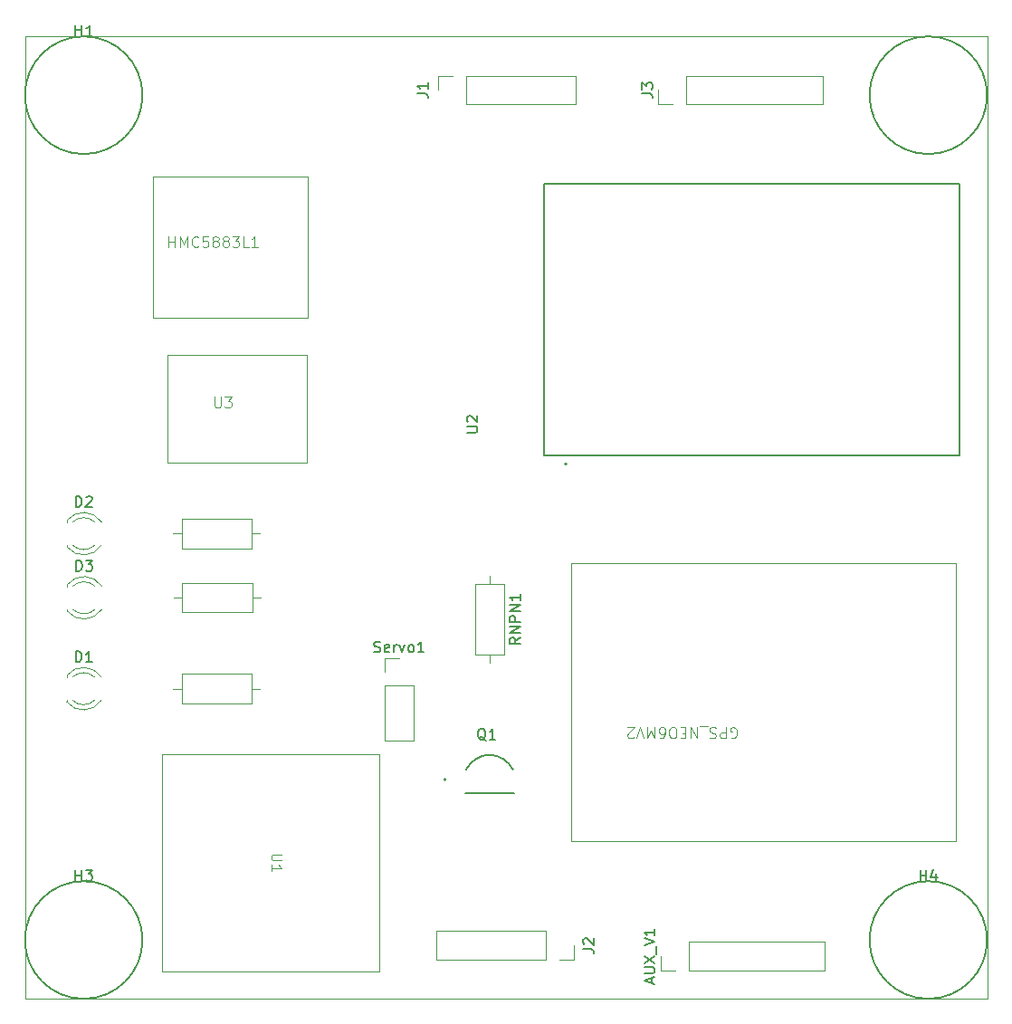
<source format=gbr>
%TF.GenerationSoftware,KiCad,Pcbnew,7.0.7*%
%TF.CreationDate,2023-11-10T08:01:12-05:00*%
%TF.ProjectId,CubeSat,43756265-5361-4742-9e6b-696361645f70,rev?*%
%TF.SameCoordinates,Original*%
%TF.FileFunction,Legend,Top*%
%TF.FilePolarity,Positive*%
%FSLAX46Y46*%
G04 Gerber Fmt 4.6, Leading zero omitted, Abs format (unit mm)*
G04 Created by KiCad (PCBNEW 7.0.7) date 2023-11-10 08:01:12*
%MOMM*%
%LPD*%
G01*
G04 APERTURE LIST*
%ADD10C,0.150000*%
%ADD11C,0.100000*%
%ADD12C,0.120000*%
%ADD13C,0.127000*%
%ADD14C,0.200000*%
%TA.AperFunction,Profile*%
%ADD15C,0.100000*%
%TD*%
G04 APERTURE END LIST*
D10*
X140000000Y-109500000D02*
G75*
G03*
X140000000Y-109500000I-5500000J0D01*
G01*
X61000000Y-30500000D02*
G75*
G03*
X61000000Y-30500000I-5500000J0D01*
G01*
X140000000Y-30500000D02*
G75*
G03*
X140000000Y-30500000I-5500000J0D01*
G01*
X61000000Y-109500000D02*
G75*
G03*
X61000000Y-109500000I-5500000J0D01*
G01*
X54738095Y-24954819D02*
X54738095Y-23954819D01*
X54738095Y-24431009D02*
X55309523Y-24431009D01*
X55309523Y-24954819D02*
X55309523Y-23954819D01*
X56309523Y-24954819D02*
X55738095Y-24954819D01*
X56023809Y-24954819D02*
X56023809Y-23954819D01*
X56023809Y-23954819D02*
X55928571Y-24097676D01*
X55928571Y-24097676D02*
X55833333Y-24192914D01*
X55833333Y-24192914D02*
X55738095Y-24240533D01*
X96324819Y-81214285D02*
X95848628Y-81547618D01*
X96324819Y-81785713D02*
X95324819Y-81785713D01*
X95324819Y-81785713D02*
X95324819Y-81404761D01*
X95324819Y-81404761D02*
X95372438Y-81309523D01*
X95372438Y-81309523D02*
X95420057Y-81261904D01*
X95420057Y-81261904D02*
X95515295Y-81214285D01*
X95515295Y-81214285D02*
X95658152Y-81214285D01*
X95658152Y-81214285D02*
X95753390Y-81261904D01*
X95753390Y-81261904D02*
X95801009Y-81309523D01*
X95801009Y-81309523D02*
X95848628Y-81404761D01*
X95848628Y-81404761D02*
X95848628Y-81785713D01*
X96324819Y-80785713D02*
X95324819Y-80785713D01*
X95324819Y-80785713D02*
X96324819Y-80214285D01*
X96324819Y-80214285D02*
X95324819Y-80214285D01*
X96324819Y-79738094D02*
X95324819Y-79738094D01*
X95324819Y-79738094D02*
X95324819Y-79357142D01*
X95324819Y-79357142D02*
X95372438Y-79261904D01*
X95372438Y-79261904D02*
X95420057Y-79214285D01*
X95420057Y-79214285D02*
X95515295Y-79166666D01*
X95515295Y-79166666D02*
X95658152Y-79166666D01*
X95658152Y-79166666D02*
X95753390Y-79214285D01*
X95753390Y-79214285D02*
X95801009Y-79261904D01*
X95801009Y-79261904D02*
X95848628Y-79357142D01*
X95848628Y-79357142D02*
X95848628Y-79738094D01*
X96324819Y-78738094D02*
X95324819Y-78738094D01*
X95324819Y-78738094D02*
X96324819Y-78166666D01*
X96324819Y-78166666D02*
X95324819Y-78166666D01*
X96324819Y-77166666D02*
X96324819Y-77738094D01*
X96324819Y-77452380D02*
X95324819Y-77452380D01*
X95324819Y-77452380D02*
X95467676Y-77547618D01*
X95467676Y-77547618D02*
X95562914Y-77642856D01*
X95562914Y-77642856D02*
X95610533Y-77738094D01*
X93100761Y-90833057D02*
X93005523Y-90785438D01*
X93005523Y-90785438D02*
X92910285Y-90690200D01*
X92910285Y-90690200D02*
X92767428Y-90547342D01*
X92767428Y-90547342D02*
X92672190Y-90499723D01*
X92672190Y-90499723D02*
X92576952Y-90499723D01*
X92624571Y-90737819D02*
X92529333Y-90690200D01*
X92529333Y-90690200D02*
X92434095Y-90594961D01*
X92434095Y-90594961D02*
X92386476Y-90404485D01*
X92386476Y-90404485D02*
X92386476Y-90071152D01*
X92386476Y-90071152D02*
X92434095Y-89880676D01*
X92434095Y-89880676D02*
X92529333Y-89785438D01*
X92529333Y-89785438D02*
X92624571Y-89737819D01*
X92624571Y-89737819D02*
X92815047Y-89737819D01*
X92815047Y-89737819D02*
X92910285Y-89785438D01*
X92910285Y-89785438D02*
X93005523Y-89880676D01*
X93005523Y-89880676D02*
X93053142Y-90071152D01*
X93053142Y-90071152D02*
X93053142Y-90404485D01*
X93053142Y-90404485D02*
X93005523Y-90594961D01*
X93005523Y-90594961D02*
X92910285Y-90690200D01*
X92910285Y-90690200D02*
X92815047Y-90737819D01*
X92815047Y-90737819D02*
X92624571Y-90737819D01*
X94005523Y-90737819D02*
X93434095Y-90737819D01*
X93719809Y-90737819D02*
X93719809Y-89737819D01*
X93719809Y-89737819D02*
X93624571Y-89880676D01*
X93624571Y-89880676D02*
X93529333Y-89975914D01*
X93529333Y-89975914D02*
X93434095Y-90023533D01*
D11*
X74042580Y-101488095D02*
X73233057Y-101488095D01*
X73233057Y-101488095D02*
X73137819Y-101535714D01*
X73137819Y-101535714D02*
X73090200Y-101583333D01*
X73090200Y-101583333D02*
X73042580Y-101678571D01*
X73042580Y-101678571D02*
X73042580Y-101869047D01*
X73042580Y-101869047D02*
X73090200Y-101964285D01*
X73090200Y-101964285D02*
X73137819Y-102011904D01*
X73137819Y-102011904D02*
X73233057Y-102059523D01*
X73233057Y-102059523D02*
X74042580Y-102059523D01*
X73042580Y-103059523D02*
X73042580Y-102488095D01*
X73042580Y-102773809D02*
X74042580Y-102773809D01*
X74042580Y-102773809D02*
X73899723Y-102678571D01*
X73899723Y-102678571D02*
X73804485Y-102583333D01*
X73804485Y-102583333D02*
X73756866Y-102488095D01*
D10*
X102224819Y-110333333D02*
X102939104Y-110333333D01*
X102939104Y-110333333D02*
X103081961Y-110380952D01*
X103081961Y-110380952D02*
X103177200Y-110476190D01*
X103177200Y-110476190D02*
X103224819Y-110619047D01*
X103224819Y-110619047D02*
X103224819Y-110714285D01*
X102320057Y-109904761D02*
X102272438Y-109857142D01*
X102272438Y-109857142D02*
X102224819Y-109761904D01*
X102224819Y-109761904D02*
X102224819Y-109523809D01*
X102224819Y-109523809D02*
X102272438Y-109428571D01*
X102272438Y-109428571D02*
X102320057Y-109380952D01*
X102320057Y-109380952D02*
X102415295Y-109333333D01*
X102415295Y-109333333D02*
X102510533Y-109333333D01*
X102510533Y-109333333D02*
X102653390Y-109380952D01*
X102653390Y-109380952D02*
X103224819Y-109952380D01*
X103224819Y-109952380D02*
X103224819Y-109333333D01*
X133738095Y-103954819D02*
X133738095Y-102954819D01*
X133738095Y-103431009D02*
X134309523Y-103431009D01*
X134309523Y-103954819D02*
X134309523Y-102954819D01*
X135214285Y-103288152D02*
X135214285Y-103954819D01*
X134976190Y-102907200D02*
X134738095Y-103621485D01*
X134738095Y-103621485D02*
X135357142Y-103621485D01*
X108639104Y-113523809D02*
X108639104Y-113047619D01*
X108924819Y-113619047D02*
X107924819Y-113285714D01*
X107924819Y-113285714D02*
X108924819Y-112952381D01*
X107924819Y-112619047D02*
X108734342Y-112619047D01*
X108734342Y-112619047D02*
X108829580Y-112571428D01*
X108829580Y-112571428D02*
X108877200Y-112523809D01*
X108877200Y-112523809D02*
X108924819Y-112428571D01*
X108924819Y-112428571D02*
X108924819Y-112238095D01*
X108924819Y-112238095D02*
X108877200Y-112142857D01*
X108877200Y-112142857D02*
X108829580Y-112095238D01*
X108829580Y-112095238D02*
X108734342Y-112047619D01*
X108734342Y-112047619D02*
X107924819Y-112047619D01*
X107924819Y-111666666D02*
X108924819Y-111000000D01*
X107924819Y-111000000D02*
X108924819Y-111666666D01*
X109020057Y-110857143D02*
X109020057Y-110095238D01*
X107924819Y-109999999D02*
X108924819Y-109666666D01*
X108924819Y-109666666D02*
X107924819Y-109333333D01*
X108924819Y-108476190D02*
X108924819Y-109047618D01*
X108924819Y-108761904D02*
X107924819Y-108761904D01*
X107924819Y-108761904D02*
X108067676Y-108857142D01*
X108067676Y-108857142D02*
X108162914Y-108952380D01*
X108162914Y-108952380D02*
X108210533Y-109047618D01*
X54781905Y-74994819D02*
X54781905Y-73994819D01*
X54781905Y-73994819D02*
X55020000Y-73994819D01*
X55020000Y-73994819D02*
X55162857Y-74042438D01*
X55162857Y-74042438D02*
X55258095Y-74137676D01*
X55258095Y-74137676D02*
X55305714Y-74232914D01*
X55305714Y-74232914D02*
X55353333Y-74423390D01*
X55353333Y-74423390D02*
X55353333Y-74566247D01*
X55353333Y-74566247D02*
X55305714Y-74756723D01*
X55305714Y-74756723D02*
X55258095Y-74851961D01*
X55258095Y-74851961D02*
X55162857Y-74947200D01*
X55162857Y-74947200D02*
X55020000Y-74994819D01*
X55020000Y-74994819D02*
X54781905Y-74994819D01*
X55686667Y-73994819D02*
X56305714Y-73994819D01*
X56305714Y-73994819D02*
X55972381Y-74375771D01*
X55972381Y-74375771D02*
X56115238Y-74375771D01*
X56115238Y-74375771D02*
X56210476Y-74423390D01*
X56210476Y-74423390D02*
X56258095Y-74471009D01*
X56258095Y-74471009D02*
X56305714Y-74566247D01*
X56305714Y-74566247D02*
X56305714Y-74804342D01*
X56305714Y-74804342D02*
X56258095Y-74899580D01*
X56258095Y-74899580D02*
X56210476Y-74947200D01*
X56210476Y-74947200D02*
X56115238Y-74994819D01*
X56115238Y-74994819D02*
X55829524Y-74994819D01*
X55829524Y-74994819D02*
X55734286Y-74947200D01*
X55734286Y-74947200D02*
X55686667Y-74899580D01*
X54756905Y-68994819D02*
X54756905Y-67994819D01*
X54756905Y-67994819D02*
X54995000Y-67994819D01*
X54995000Y-67994819D02*
X55137857Y-68042438D01*
X55137857Y-68042438D02*
X55233095Y-68137676D01*
X55233095Y-68137676D02*
X55280714Y-68232914D01*
X55280714Y-68232914D02*
X55328333Y-68423390D01*
X55328333Y-68423390D02*
X55328333Y-68566247D01*
X55328333Y-68566247D02*
X55280714Y-68756723D01*
X55280714Y-68756723D02*
X55233095Y-68851961D01*
X55233095Y-68851961D02*
X55137857Y-68947200D01*
X55137857Y-68947200D02*
X54995000Y-68994819D01*
X54995000Y-68994819D02*
X54756905Y-68994819D01*
X55709286Y-68090057D02*
X55756905Y-68042438D01*
X55756905Y-68042438D02*
X55852143Y-67994819D01*
X55852143Y-67994819D02*
X56090238Y-67994819D01*
X56090238Y-67994819D02*
X56185476Y-68042438D01*
X56185476Y-68042438D02*
X56233095Y-68090057D01*
X56233095Y-68090057D02*
X56280714Y-68185295D01*
X56280714Y-68185295D02*
X56280714Y-68280533D01*
X56280714Y-68280533D02*
X56233095Y-68423390D01*
X56233095Y-68423390D02*
X55661667Y-68994819D01*
X55661667Y-68994819D02*
X56280714Y-68994819D01*
D11*
X67738095Y-58707419D02*
X67738095Y-59516942D01*
X67738095Y-59516942D02*
X67785714Y-59612180D01*
X67785714Y-59612180D02*
X67833333Y-59659800D01*
X67833333Y-59659800D02*
X67928571Y-59707419D01*
X67928571Y-59707419D02*
X68119047Y-59707419D01*
X68119047Y-59707419D02*
X68214285Y-59659800D01*
X68214285Y-59659800D02*
X68261904Y-59612180D01*
X68261904Y-59612180D02*
X68309523Y-59516942D01*
X68309523Y-59516942D02*
X68309523Y-58707419D01*
X68690476Y-58707419D02*
X69309523Y-58707419D01*
X69309523Y-58707419D02*
X68976190Y-59088371D01*
X68976190Y-59088371D02*
X69119047Y-59088371D01*
X69119047Y-59088371D02*
X69214285Y-59135990D01*
X69214285Y-59135990D02*
X69261904Y-59183609D01*
X69261904Y-59183609D02*
X69309523Y-59278847D01*
X69309523Y-59278847D02*
X69309523Y-59516942D01*
X69309523Y-59516942D02*
X69261904Y-59612180D01*
X69261904Y-59612180D02*
X69214285Y-59659800D01*
X69214285Y-59659800D02*
X69119047Y-59707419D01*
X69119047Y-59707419D02*
X68833333Y-59707419D01*
X68833333Y-59707419D02*
X68738095Y-59659800D01*
X68738095Y-59659800D02*
X68690476Y-59612180D01*
X63456143Y-44704879D02*
X63456143Y-43704879D01*
X63456143Y-44181069D02*
X64027571Y-44181069D01*
X64027571Y-44704879D02*
X64027571Y-43704879D01*
X64503762Y-44704879D02*
X64503762Y-43704879D01*
X64503762Y-43704879D02*
X64837095Y-44419164D01*
X64837095Y-44419164D02*
X65170428Y-43704879D01*
X65170428Y-43704879D02*
X65170428Y-44704879D01*
X66218047Y-44609640D02*
X66170428Y-44657260D01*
X66170428Y-44657260D02*
X66027571Y-44704879D01*
X66027571Y-44704879D02*
X65932333Y-44704879D01*
X65932333Y-44704879D02*
X65789476Y-44657260D01*
X65789476Y-44657260D02*
X65694238Y-44562021D01*
X65694238Y-44562021D02*
X65646619Y-44466783D01*
X65646619Y-44466783D02*
X65599000Y-44276307D01*
X65599000Y-44276307D02*
X65599000Y-44133450D01*
X65599000Y-44133450D02*
X65646619Y-43942974D01*
X65646619Y-43942974D02*
X65694238Y-43847736D01*
X65694238Y-43847736D02*
X65789476Y-43752498D01*
X65789476Y-43752498D02*
X65932333Y-43704879D01*
X65932333Y-43704879D02*
X66027571Y-43704879D01*
X66027571Y-43704879D02*
X66170428Y-43752498D01*
X66170428Y-43752498D02*
X66218047Y-43800117D01*
X67122809Y-43704879D02*
X66646619Y-43704879D01*
X66646619Y-43704879D02*
X66599000Y-44181069D01*
X66599000Y-44181069D02*
X66646619Y-44133450D01*
X66646619Y-44133450D02*
X66741857Y-44085831D01*
X66741857Y-44085831D02*
X66979952Y-44085831D01*
X66979952Y-44085831D02*
X67075190Y-44133450D01*
X67075190Y-44133450D02*
X67122809Y-44181069D01*
X67122809Y-44181069D02*
X67170428Y-44276307D01*
X67170428Y-44276307D02*
X67170428Y-44514402D01*
X67170428Y-44514402D02*
X67122809Y-44609640D01*
X67122809Y-44609640D02*
X67075190Y-44657260D01*
X67075190Y-44657260D02*
X66979952Y-44704879D01*
X66979952Y-44704879D02*
X66741857Y-44704879D01*
X66741857Y-44704879D02*
X66646619Y-44657260D01*
X66646619Y-44657260D02*
X66599000Y-44609640D01*
X67741857Y-44133450D02*
X67646619Y-44085831D01*
X67646619Y-44085831D02*
X67599000Y-44038212D01*
X67599000Y-44038212D02*
X67551381Y-43942974D01*
X67551381Y-43942974D02*
X67551381Y-43895355D01*
X67551381Y-43895355D02*
X67599000Y-43800117D01*
X67599000Y-43800117D02*
X67646619Y-43752498D01*
X67646619Y-43752498D02*
X67741857Y-43704879D01*
X67741857Y-43704879D02*
X67932333Y-43704879D01*
X67932333Y-43704879D02*
X68027571Y-43752498D01*
X68027571Y-43752498D02*
X68075190Y-43800117D01*
X68075190Y-43800117D02*
X68122809Y-43895355D01*
X68122809Y-43895355D02*
X68122809Y-43942974D01*
X68122809Y-43942974D02*
X68075190Y-44038212D01*
X68075190Y-44038212D02*
X68027571Y-44085831D01*
X68027571Y-44085831D02*
X67932333Y-44133450D01*
X67932333Y-44133450D02*
X67741857Y-44133450D01*
X67741857Y-44133450D02*
X67646619Y-44181069D01*
X67646619Y-44181069D02*
X67599000Y-44228688D01*
X67599000Y-44228688D02*
X67551381Y-44323926D01*
X67551381Y-44323926D02*
X67551381Y-44514402D01*
X67551381Y-44514402D02*
X67599000Y-44609640D01*
X67599000Y-44609640D02*
X67646619Y-44657260D01*
X67646619Y-44657260D02*
X67741857Y-44704879D01*
X67741857Y-44704879D02*
X67932333Y-44704879D01*
X67932333Y-44704879D02*
X68027571Y-44657260D01*
X68027571Y-44657260D02*
X68075190Y-44609640D01*
X68075190Y-44609640D02*
X68122809Y-44514402D01*
X68122809Y-44514402D02*
X68122809Y-44323926D01*
X68122809Y-44323926D02*
X68075190Y-44228688D01*
X68075190Y-44228688D02*
X68027571Y-44181069D01*
X68027571Y-44181069D02*
X67932333Y-44133450D01*
X68694238Y-44133450D02*
X68599000Y-44085831D01*
X68599000Y-44085831D02*
X68551381Y-44038212D01*
X68551381Y-44038212D02*
X68503762Y-43942974D01*
X68503762Y-43942974D02*
X68503762Y-43895355D01*
X68503762Y-43895355D02*
X68551381Y-43800117D01*
X68551381Y-43800117D02*
X68599000Y-43752498D01*
X68599000Y-43752498D02*
X68694238Y-43704879D01*
X68694238Y-43704879D02*
X68884714Y-43704879D01*
X68884714Y-43704879D02*
X68979952Y-43752498D01*
X68979952Y-43752498D02*
X69027571Y-43800117D01*
X69027571Y-43800117D02*
X69075190Y-43895355D01*
X69075190Y-43895355D02*
X69075190Y-43942974D01*
X69075190Y-43942974D02*
X69027571Y-44038212D01*
X69027571Y-44038212D02*
X68979952Y-44085831D01*
X68979952Y-44085831D02*
X68884714Y-44133450D01*
X68884714Y-44133450D02*
X68694238Y-44133450D01*
X68694238Y-44133450D02*
X68599000Y-44181069D01*
X68599000Y-44181069D02*
X68551381Y-44228688D01*
X68551381Y-44228688D02*
X68503762Y-44323926D01*
X68503762Y-44323926D02*
X68503762Y-44514402D01*
X68503762Y-44514402D02*
X68551381Y-44609640D01*
X68551381Y-44609640D02*
X68599000Y-44657260D01*
X68599000Y-44657260D02*
X68694238Y-44704879D01*
X68694238Y-44704879D02*
X68884714Y-44704879D01*
X68884714Y-44704879D02*
X68979952Y-44657260D01*
X68979952Y-44657260D02*
X69027571Y-44609640D01*
X69027571Y-44609640D02*
X69075190Y-44514402D01*
X69075190Y-44514402D02*
X69075190Y-44323926D01*
X69075190Y-44323926D02*
X69027571Y-44228688D01*
X69027571Y-44228688D02*
X68979952Y-44181069D01*
X68979952Y-44181069D02*
X68884714Y-44133450D01*
X69408524Y-43704879D02*
X70027571Y-43704879D01*
X70027571Y-43704879D02*
X69694238Y-44085831D01*
X69694238Y-44085831D02*
X69837095Y-44085831D01*
X69837095Y-44085831D02*
X69932333Y-44133450D01*
X69932333Y-44133450D02*
X69979952Y-44181069D01*
X69979952Y-44181069D02*
X70027571Y-44276307D01*
X70027571Y-44276307D02*
X70027571Y-44514402D01*
X70027571Y-44514402D02*
X69979952Y-44609640D01*
X69979952Y-44609640D02*
X69932333Y-44657260D01*
X69932333Y-44657260D02*
X69837095Y-44704879D01*
X69837095Y-44704879D02*
X69551381Y-44704879D01*
X69551381Y-44704879D02*
X69456143Y-44657260D01*
X69456143Y-44657260D02*
X69408524Y-44609640D01*
X70932333Y-44704879D02*
X70456143Y-44704879D01*
X70456143Y-44704879D02*
X70456143Y-43704879D01*
X71789476Y-44704879D02*
X71218048Y-44704879D01*
X71503762Y-44704879D02*
X71503762Y-43704879D01*
X71503762Y-43704879D02*
X71408524Y-43847736D01*
X71408524Y-43847736D02*
X71313286Y-43942974D01*
X71313286Y-43942974D02*
X71218048Y-43990593D01*
D10*
X82666666Y-82537200D02*
X82809523Y-82584819D01*
X82809523Y-82584819D02*
X83047618Y-82584819D01*
X83047618Y-82584819D02*
X83142856Y-82537200D01*
X83142856Y-82537200D02*
X83190475Y-82489580D01*
X83190475Y-82489580D02*
X83238094Y-82394342D01*
X83238094Y-82394342D02*
X83238094Y-82299104D01*
X83238094Y-82299104D02*
X83190475Y-82203866D01*
X83190475Y-82203866D02*
X83142856Y-82156247D01*
X83142856Y-82156247D02*
X83047618Y-82108628D01*
X83047618Y-82108628D02*
X82857142Y-82061009D01*
X82857142Y-82061009D02*
X82761904Y-82013390D01*
X82761904Y-82013390D02*
X82714285Y-81965771D01*
X82714285Y-81965771D02*
X82666666Y-81870533D01*
X82666666Y-81870533D02*
X82666666Y-81775295D01*
X82666666Y-81775295D02*
X82714285Y-81680057D01*
X82714285Y-81680057D02*
X82761904Y-81632438D01*
X82761904Y-81632438D02*
X82857142Y-81584819D01*
X82857142Y-81584819D02*
X83095237Y-81584819D01*
X83095237Y-81584819D02*
X83238094Y-81632438D01*
X84047618Y-82537200D02*
X83952380Y-82584819D01*
X83952380Y-82584819D02*
X83761904Y-82584819D01*
X83761904Y-82584819D02*
X83666666Y-82537200D01*
X83666666Y-82537200D02*
X83619047Y-82441961D01*
X83619047Y-82441961D02*
X83619047Y-82061009D01*
X83619047Y-82061009D02*
X83666666Y-81965771D01*
X83666666Y-81965771D02*
X83761904Y-81918152D01*
X83761904Y-81918152D02*
X83952380Y-81918152D01*
X83952380Y-81918152D02*
X84047618Y-81965771D01*
X84047618Y-81965771D02*
X84095237Y-82061009D01*
X84095237Y-82061009D02*
X84095237Y-82156247D01*
X84095237Y-82156247D02*
X83619047Y-82251485D01*
X84523809Y-82584819D02*
X84523809Y-81918152D01*
X84523809Y-82108628D02*
X84571428Y-82013390D01*
X84571428Y-82013390D02*
X84619047Y-81965771D01*
X84619047Y-81965771D02*
X84714285Y-81918152D01*
X84714285Y-81918152D02*
X84809523Y-81918152D01*
X85047619Y-81918152D02*
X85285714Y-82584819D01*
X85285714Y-82584819D02*
X85523809Y-81918152D01*
X86047619Y-82584819D02*
X85952381Y-82537200D01*
X85952381Y-82537200D02*
X85904762Y-82489580D01*
X85904762Y-82489580D02*
X85857143Y-82394342D01*
X85857143Y-82394342D02*
X85857143Y-82108628D01*
X85857143Y-82108628D02*
X85904762Y-82013390D01*
X85904762Y-82013390D02*
X85952381Y-81965771D01*
X85952381Y-81965771D02*
X86047619Y-81918152D01*
X86047619Y-81918152D02*
X86190476Y-81918152D01*
X86190476Y-81918152D02*
X86285714Y-81965771D01*
X86285714Y-81965771D02*
X86333333Y-82013390D01*
X86333333Y-82013390D02*
X86380952Y-82108628D01*
X86380952Y-82108628D02*
X86380952Y-82394342D01*
X86380952Y-82394342D02*
X86333333Y-82489580D01*
X86333333Y-82489580D02*
X86285714Y-82537200D01*
X86285714Y-82537200D02*
X86190476Y-82584819D01*
X86190476Y-82584819D02*
X86047619Y-82584819D01*
X87333333Y-82584819D02*
X86761905Y-82584819D01*
X87047619Y-82584819D02*
X87047619Y-81584819D01*
X87047619Y-81584819D02*
X86952381Y-81727676D01*
X86952381Y-81727676D02*
X86857143Y-81822914D01*
X86857143Y-81822914D02*
X86761905Y-81870533D01*
X91319819Y-62036904D02*
X92129342Y-62036904D01*
X92129342Y-62036904D02*
X92224580Y-61989285D01*
X92224580Y-61989285D02*
X92272200Y-61941666D01*
X92272200Y-61941666D02*
X92319819Y-61846428D01*
X92319819Y-61846428D02*
X92319819Y-61655952D01*
X92319819Y-61655952D02*
X92272200Y-61560714D01*
X92272200Y-61560714D02*
X92224580Y-61513095D01*
X92224580Y-61513095D02*
X92129342Y-61465476D01*
X92129342Y-61465476D02*
X91319819Y-61465476D01*
X91415057Y-61036904D02*
X91367438Y-60989285D01*
X91367438Y-60989285D02*
X91319819Y-60894047D01*
X91319819Y-60894047D02*
X91319819Y-60655952D01*
X91319819Y-60655952D02*
X91367438Y-60560714D01*
X91367438Y-60560714D02*
X91415057Y-60513095D01*
X91415057Y-60513095D02*
X91510295Y-60465476D01*
X91510295Y-60465476D02*
X91605533Y-60465476D01*
X91605533Y-60465476D02*
X91748390Y-60513095D01*
X91748390Y-60513095D02*
X92319819Y-61084523D01*
X92319819Y-61084523D02*
X92319819Y-60465476D01*
X86684819Y-30333333D02*
X87399104Y-30333333D01*
X87399104Y-30333333D02*
X87541961Y-30380952D01*
X87541961Y-30380952D02*
X87637200Y-30476190D01*
X87637200Y-30476190D02*
X87684819Y-30619047D01*
X87684819Y-30619047D02*
X87684819Y-30714285D01*
X87684819Y-29333333D02*
X87684819Y-29904761D01*
X87684819Y-29619047D02*
X86684819Y-29619047D01*
X86684819Y-29619047D02*
X86827676Y-29714285D01*
X86827676Y-29714285D02*
X86922914Y-29809523D01*
X86922914Y-29809523D02*
X86970533Y-29904761D01*
X107714819Y-30333333D02*
X108429104Y-30333333D01*
X108429104Y-30333333D02*
X108571961Y-30380952D01*
X108571961Y-30380952D02*
X108667200Y-30476190D01*
X108667200Y-30476190D02*
X108714819Y-30619047D01*
X108714819Y-30619047D02*
X108714819Y-30714285D01*
X107714819Y-29952380D02*
X107714819Y-29333333D01*
X107714819Y-29333333D02*
X108095771Y-29666666D01*
X108095771Y-29666666D02*
X108095771Y-29523809D01*
X108095771Y-29523809D02*
X108143390Y-29428571D01*
X108143390Y-29428571D02*
X108191009Y-29380952D01*
X108191009Y-29380952D02*
X108286247Y-29333333D01*
X108286247Y-29333333D02*
X108524342Y-29333333D01*
X108524342Y-29333333D02*
X108619580Y-29380952D01*
X108619580Y-29380952D02*
X108667200Y-29428571D01*
X108667200Y-29428571D02*
X108714819Y-29523809D01*
X108714819Y-29523809D02*
X108714819Y-29809523D01*
X108714819Y-29809523D02*
X108667200Y-29904761D01*
X108667200Y-29904761D02*
X108619580Y-29952380D01*
X54738095Y-103954819D02*
X54738095Y-102954819D01*
X54738095Y-103431009D02*
X55309523Y-103431009D01*
X55309523Y-103954819D02*
X55309523Y-102954819D01*
X55690476Y-102954819D02*
X56309523Y-102954819D01*
X56309523Y-102954819D02*
X55976190Y-103335771D01*
X55976190Y-103335771D02*
X56119047Y-103335771D01*
X56119047Y-103335771D02*
X56214285Y-103383390D01*
X56214285Y-103383390D02*
X56261904Y-103431009D01*
X56261904Y-103431009D02*
X56309523Y-103526247D01*
X56309523Y-103526247D02*
X56309523Y-103764342D01*
X56309523Y-103764342D02*
X56261904Y-103859580D01*
X56261904Y-103859580D02*
X56214285Y-103907200D01*
X56214285Y-103907200D02*
X56119047Y-103954819D01*
X56119047Y-103954819D02*
X55833333Y-103954819D01*
X55833333Y-103954819D02*
X55738095Y-103907200D01*
X55738095Y-103907200D02*
X55690476Y-103859580D01*
D11*
X116039619Y-90564935D02*
X116134857Y-90612554D01*
X116134857Y-90612554D02*
X116277714Y-90612554D01*
X116277714Y-90612554D02*
X116420571Y-90564935D01*
X116420571Y-90564935D02*
X116515809Y-90469697D01*
X116515809Y-90469697D02*
X116563428Y-90374459D01*
X116563428Y-90374459D02*
X116611047Y-90183983D01*
X116611047Y-90183983D02*
X116611047Y-90041126D01*
X116611047Y-90041126D02*
X116563428Y-89850650D01*
X116563428Y-89850650D02*
X116515809Y-89755412D01*
X116515809Y-89755412D02*
X116420571Y-89660174D01*
X116420571Y-89660174D02*
X116277714Y-89612554D01*
X116277714Y-89612554D02*
X116182476Y-89612554D01*
X116182476Y-89612554D02*
X116039619Y-89660174D01*
X116039619Y-89660174D02*
X115992000Y-89707793D01*
X115992000Y-89707793D02*
X115992000Y-90041126D01*
X115992000Y-90041126D02*
X116182476Y-90041126D01*
X115563428Y-89612554D02*
X115563428Y-90612554D01*
X115563428Y-90612554D02*
X115182476Y-90612554D01*
X115182476Y-90612554D02*
X115087238Y-90564935D01*
X115087238Y-90564935D02*
X115039619Y-90517316D01*
X115039619Y-90517316D02*
X114992000Y-90422078D01*
X114992000Y-90422078D02*
X114992000Y-90279221D01*
X114992000Y-90279221D02*
X115039619Y-90183983D01*
X115039619Y-90183983D02*
X115087238Y-90136364D01*
X115087238Y-90136364D02*
X115182476Y-90088745D01*
X115182476Y-90088745D02*
X115563428Y-90088745D01*
X114611047Y-89660174D02*
X114468190Y-89612554D01*
X114468190Y-89612554D02*
X114230095Y-89612554D01*
X114230095Y-89612554D02*
X114134857Y-89660174D01*
X114134857Y-89660174D02*
X114087238Y-89707793D01*
X114087238Y-89707793D02*
X114039619Y-89803031D01*
X114039619Y-89803031D02*
X114039619Y-89898269D01*
X114039619Y-89898269D02*
X114087238Y-89993507D01*
X114087238Y-89993507D02*
X114134857Y-90041126D01*
X114134857Y-90041126D02*
X114230095Y-90088745D01*
X114230095Y-90088745D02*
X114420571Y-90136364D01*
X114420571Y-90136364D02*
X114515809Y-90183983D01*
X114515809Y-90183983D02*
X114563428Y-90231602D01*
X114563428Y-90231602D02*
X114611047Y-90326840D01*
X114611047Y-90326840D02*
X114611047Y-90422078D01*
X114611047Y-90422078D02*
X114563428Y-90517316D01*
X114563428Y-90517316D02*
X114515809Y-90564935D01*
X114515809Y-90564935D02*
X114420571Y-90612554D01*
X114420571Y-90612554D02*
X114182476Y-90612554D01*
X114182476Y-90612554D02*
X114039619Y-90564935D01*
X113849143Y-89517316D02*
X113087238Y-89517316D01*
X112849142Y-89612554D02*
X112849142Y-90612554D01*
X112849142Y-90612554D02*
X112277714Y-89612554D01*
X112277714Y-89612554D02*
X112277714Y-90612554D01*
X111801523Y-90136364D02*
X111468190Y-90136364D01*
X111325333Y-89612554D02*
X111801523Y-89612554D01*
X111801523Y-89612554D02*
X111801523Y-90612554D01*
X111801523Y-90612554D02*
X111325333Y-90612554D01*
X110706285Y-90612554D02*
X110515809Y-90612554D01*
X110515809Y-90612554D02*
X110420571Y-90564935D01*
X110420571Y-90564935D02*
X110325333Y-90469697D01*
X110325333Y-90469697D02*
X110277714Y-90279221D01*
X110277714Y-90279221D02*
X110277714Y-89945888D01*
X110277714Y-89945888D02*
X110325333Y-89755412D01*
X110325333Y-89755412D02*
X110420571Y-89660174D01*
X110420571Y-89660174D02*
X110515809Y-89612554D01*
X110515809Y-89612554D02*
X110706285Y-89612554D01*
X110706285Y-89612554D02*
X110801523Y-89660174D01*
X110801523Y-89660174D02*
X110896761Y-89755412D01*
X110896761Y-89755412D02*
X110944380Y-89945888D01*
X110944380Y-89945888D02*
X110944380Y-90279221D01*
X110944380Y-90279221D02*
X110896761Y-90469697D01*
X110896761Y-90469697D02*
X110801523Y-90564935D01*
X110801523Y-90564935D02*
X110706285Y-90612554D01*
X109420571Y-90612554D02*
X109611047Y-90612554D01*
X109611047Y-90612554D02*
X109706285Y-90564935D01*
X109706285Y-90564935D02*
X109753904Y-90517316D01*
X109753904Y-90517316D02*
X109849142Y-90374459D01*
X109849142Y-90374459D02*
X109896761Y-90183983D01*
X109896761Y-90183983D02*
X109896761Y-89803031D01*
X109896761Y-89803031D02*
X109849142Y-89707793D01*
X109849142Y-89707793D02*
X109801523Y-89660174D01*
X109801523Y-89660174D02*
X109706285Y-89612554D01*
X109706285Y-89612554D02*
X109515809Y-89612554D01*
X109515809Y-89612554D02*
X109420571Y-89660174D01*
X109420571Y-89660174D02*
X109372952Y-89707793D01*
X109372952Y-89707793D02*
X109325333Y-89803031D01*
X109325333Y-89803031D02*
X109325333Y-90041126D01*
X109325333Y-90041126D02*
X109372952Y-90136364D01*
X109372952Y-90136364D02*
X109420571Y-90183983D01*
X109420571Y-90183983D02*
X109515809Y-90231602D01*
X109515809Y-90231602D02*
X109706285Y-90231602D01*
X109706285Y-90231602D02*
X109801523Y-90183983D01*
X109801523Y-90183983D02*
X109849142Y-90136364D01*
X109849142Y-90136364D02*
X109896761Y-90041126D01*
X108896761Y-89612554D02*
X108896761Y-90612554D01*
X108896761Y-90612554D02*
X108563428Y-89898269D01*
X108563428Y-89898269D02*
X108230095Y-90612554D01*
X108230095Y-90612554D02*
X108230095Y-89612554D01*
X107896761Y-90612554D02*
X107563428Y-89612554D01*
X107563428Y-89612554D02*
X107230095Y-90612554D01*
X106944380Y-90517316D02*
X106896761Y-90564935D01*
X106896761Y-90564935D02*
X106801523Y-90612554D01*
X106801523Y-90612554D02*
X106563428Y-90612554D01*
X106563428Y-90612554D02*
X106468190Y-90564935D01*
X106468190Y-90564935D02*
X106420571Y-90517316D01*
X106420571Y-90517316D02*
X106372952Y-90422078D01*
X106372952Y-90422078D02*
X106372952Y-90326840D01*
X106372952Y-90326840D02*
X106420571Y-90183983D01*
X106420571Y-90183983D02*
X106991999Y-89612554D01*
X106991999Y-89612554D02*
X106372952Y-89612554D01*
D10*
X54741905Y-83494819D02*
X54741905Y-82494819D01*
X54741905Y-82494819D02*
X54980000Y-82494819D01*
X54980000Y-82494819D02*
X55122857Y-82542438D01*
X55122857Y-82542438D02*
X55218095Y-82637676D01*
X55218095Y-82637676D02*
X55265714Y-82732914D01*
X55265714Y-82732914D02*
X55313333Y-82923390D01*
X55313333Y-82923390D02*
X55313333Y-83066247D01*
X55313333Y-83066247D02*
X55265714Y-83256723D01*
X55265714Y-83256723D02*
X55218095Y-83351961D01*
X55218095Y-83351961D02*
X55122857Y-83447200D01*
X55122857Y-83447200D02*
X54980000Y-83494819D01*
X54980000Y-83494819D02*
X54741905Y-83494819D01*
X56265714Y-83494819D02*
X55694286Y-83494819D01*
X55980000Y-83494819D02*
X55980000Y-82494819D01*
X55980000Y-82494819D02*
X55884762Y-82637676D01*
X55884762Y-82637676D02*
X55789524Y-82732914D01*
X55789524Y-82732914D02*
X55694286Y-82780533D01*
D12*
%TO.C,RLED1*%
X71960000Y-86000000D02*
X71190000Y-86000000D01*
X71190000Y-87370000D02*
X71190000Y-84630000D01*
X71190000Y-84630000D02*
X64650000Y-84630000D01*
X64650000Y-87370000D02*
X71190000Y-87370000D01*
X64650000Y-84630000D02*
X64650000Y-87370000D01*
X63880000Y-86000000D02*
X64650000Y-86000000D01*
%TO.C,RNPN1*%
X93500000Y-75460000D02*
X93500000Y-76230000D01*
X94870000Y-76230000D02*
X92130000Y-76230000D01*
X92130000Y-76230000D02*
X92130000Y-82770000D01*
X94870000Y-82770000D02*
X94870000Y-76230000D01*
X92130000Y-82770000D02*
X94870000Y-82770000D01*
X93500000Y-83540000D02*
X93500000Y-82770000D01*
D13*
%TO.C,Q1*%
X91160000Y-95770000D02*
X95760000Y-95770000D01*
X93460000Y-92170000D02*
G75*
G03*
X91260000Y-93570000I112437J-2605258D01*
G01*
X95660000Y-93570000D02*
G75*
G03*
X93460000Y-92170000I-2312437J-1205258D01*
G01*
D14*
X89371000Y-94500000D02*
G75*
G03*
X89371000Y-94500000I-100000J0D01*
G01*
D11*
%TO.C,U1*%
X83160000Y-92090000D02*
X62840000Y-92090000D01*
X62840000Y-92090000D02*
X62840000Y-112410000D01*
X83160000Y-112410000D02*
X83160000Y-92090000D01*
X83160000Y-112410000D02*
X62840000Y-112410000D01*
D12*
%TO.C,J2*%
X98730000Y-108670000D02*
X88510000Y-108670000D01*
X98730000Y-108670000D02*
X98730000Y-111330000D01*
X88510000Y-108670000D02*
X88510000Y-111330000D01*
X101330000Y-110000000D02*
X101330000Y-111330000D01*
X101330000Y-111330000D02*
X100000000Y-111330000D01*
X98730000Y-111330000D02*
X88510000Y-111330000D01*
%TO.C,AUX_V1*%
X109470000Y-112330000D02*
X109470000Y-111000000D01*
X110800000Y-112330000D02*
X109470000Y-112330000D01*
X112070000Y-112330000D02*
X124830000Y-112330000D01*
X112070000Y-112330000D02*
X112070000Y-109670000D01*
X124830000Y-112330000D02*
X124830000Y-109670000D01*
X112070000Y-109670000D02*
X124830000Y-109670000D01*
%TO.C,D3*%
X53960000Y-76264000D02*
X53960000Y-76420000D01*
X53960000Y-78580000D02*
X53960000Y-78736000D01*
X57192334Y-76421392D02*
G75*
G03*
X53960001Y-76264485I-1672334J-1078608D01*
G01*
X56561129Y-76420164D02*
G75*
G03*
X54479040Y-76420001I-1041129J-1079836D01*
G01*
X54479040Y-78579999D02*
G75*
G03*
X56561129Y-78579836I1040960J1079999D01*
G01*
X53960001Y-78735515D02*
G75*
G03*
X57192334Y-78578608I1559999J1235515D01*
G01*
%TO.C,D2*%
X53935000Y-70264000D02*
X53935000Y-70420000D01*
X53935000Y-72580000D02*
X53935000Y-72736000D01*
X57167334Y-70421392D02*
G75*
G03*
X53935001Y-70264485I-1672334J-1078608D01*
G01*
X56536129Y-70420164D02*
G75*
G03*
X54454040Y-70420001I-1041129J-1079836D01*
G01*
X54454040Y-72579999D02*
G75*
G03*
X56536129Y-72579836I1040960J1079999D01*
G01*
X53935001Y-72735515D02*
G75*
G03*
X57167334Y-72578608I1559999J1235515D01*
G01*
%TO.C,RLED2*%
X71960000Y-71500000D02*
X71190000Y-71500000D01*
X71190000Y-72870000D02*
X71190000Y-70130000D01*
X71190000Y-70130000D02*
X64650000Y-70130000D01*
X64650000Y-72870000D02*
X71190000Y-72870000D01*
X64650000Y-70130000D02*
X64650000Y-72870000D01*
X63880000Y-71500000D02*
X64650000Y-71500000D01*
D11*
%TO.C,U3*%
X63374280Y-54750010D02*
X63374280Y-64749990D01*
X76374000Y-54750010D02*
X63374280Y-54750010D01*
X76374000Y-54750010D02*
X76374000Y-64749990D01*
X76374000Y-64830000D02*
X63374280Y-64830000D01*
D12*
%TO.C,RLED3*%
X72040000Y-77500000D02*
X71270000Y-77500000D01*
X71270000Y-78870000D02*
X71270000Y-76130000D01*
X71270000Y-76130000D02*
X64730000Y-76130000D01*
X64730000Y-78870000D02*
X71270000Y-78870000D01*
X64730000Y-76130000D02*
X64730000Y-78870000D01*
X63960000Y-77500000D02*
X64730000Y-77500000D01*
D11*
%TO.C,HMC5883L1*%
X62011000Y-38153620D02*
X62011000Y-51351460D01*
X76410260Y-38148540D02*
X62011000Y-38148540D01*
X76410260Y-51351460D02*
X62011000Y-51351460D01*
X76489000Y-38148540D02*
X76489000Y-51346380D01*
D12*
%TO.C,Servo1*%
X83670000Y-83130000D02*
X85000000Y-83130000D01*
X83670000Y-84460000D02*
X83670000Y-83130000D01*
X83670000Y-85730000D02*
X83670000Y-90870000D01*
X83670000Y-85730000D02*
X86330000Y-85730000D01*
X83670000Y-90870000D02*
X86330000Y-90870000D01*
X86330000Y-85730000D02*
X86330000Y-90870000D01*
D13*
%TO.C,U2*%
X98545000Y-64200000D02*
X98545000Y-38800000D01*
X137455000Y-64200000D02*
X98545000Y-64200000D01*
X98545000Y-38800000D02*
X137455000Y-38800000D01*
X137455000Y-38800000D02*
X137455000Y-64200000D01*
D14*
X100700000Y-65000000D02*
G75*
G03*
X100700000Y-65000000I-100000J0D01*
G01*
D12*
%TO.C,J1*%
X91270000Y-31330000D02*
X101490000Y-31330000D01*
X91270000Y-31330000D02*
X91270000Y-28670000D01*
X101490000Y-31330000D02*
X101490000Y-28670000D01*
X88670000Y-30000000D02*
X88670000Y-28670000D01*
X88670000Y-28670000D02*
X90000000Y-28670000D01*
X91270000Y-28670000D02*
X101490000Y-28670000D01*
%TO.C,J3*%
X109260000Y-31330000D02*
X109260000Y-30000000D01*
X110590000Y-31330000D02*
X109260000Y-31330000D01*
X111860000Y-31330000D02*
X124620000Y-31330000D01*
X111860000Y-31330000D02*
X111860000Y-28670000D01*
X124620000Y-31330000D02*
X124620000Y-28670000D01*
X111860000Y-28670000D02*
X124620000Y-28670000D01*
D11*
%TO.C,GPS_NEO6MV2*%
X137077928Y-100237974D02*
X137077928Y-74238026D01*
X101078000Y-100237974D02*
X137077928Y-100237974D01*
X101078000Y-100237974D02*
X101078000Y-74238026D01*
X101078000Y-78393974D02*
X101078000Y-78393974D01*
X101078000Y-74238026D02*
X137077928Y-74238026D01*
D12*
%TO.C,D1*%
X53920000Y-84764000D02*
X53920000Y-84920000D01*
X53920000Y-87080000D02*
X53920000Y-87236000D01*
X57152334Y-84921392D02*
G75*
G03*
X53920001Y-84764485I-1672334J-1078608D01*
G01*
X56521129Y-84920164D02*
G75*
G03*
X54439040Y-84920001I-1041129J-1079836D01*
G01*
X54439040Y-87079999D02*
G75*
G03*
X56521129Y-87079836I1040960J1079999D01*
G01*
X53920001Y-87235515D02*
G75*
G03*
X57152334Y-87078608I1559999J1235515D01*
G01*
%TD*%
D15*
X50000000Y-25000000D02*
X140000000Y-25000000D01*
X140000000Y-25000000D02*
X140000000Y-115000000D01*
X50000000Y-115000000D02*
X140000000Y-115000000D01*
X50000000Y-25000000D02*
X50000000Y-115000000D01*
M02*

</source>
